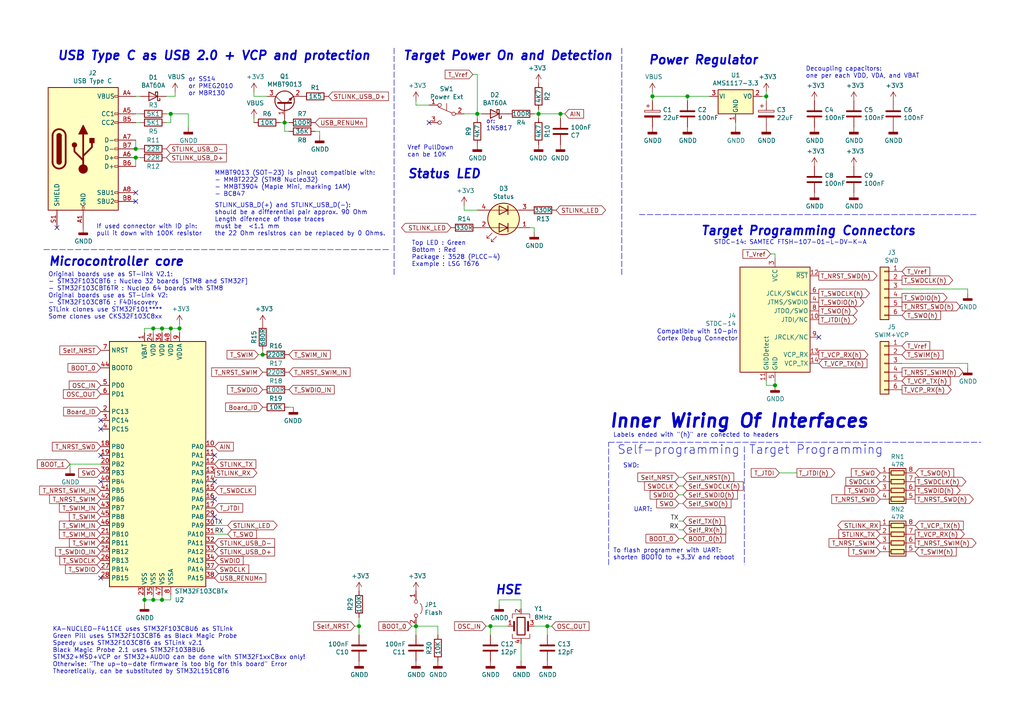
<source format=kicad_sch>
(kicad_sch (version 20210406) (generator eeschema)
  (paper "A4")
  (title_block (title "ST-Link v2.1 Mini Hybrid") (comment 1 "For SWD/SWIM/VCP isolation consided ISO7231 or ISO764xFM") (comment 2 "For USB isolation consider Si8606AC-B-IS1 or ADuM5000/5001 or ADuM1200/1201") (comment 3 "For ESD protection of SWD/SWIM/VCP consider ESDA6V1BC6, of TXS0108E for level shifting") (comment 4 "For ESD protection of USB consider NUP2201 or USBLC6-2P6"))
  (junction (at 39.37 43.18) (diameter 1.016))
  (junction (at 39.37 45.72) (diameter 1.016))
  (junction (at 41.91 173.99) (diameter 1.016))
  (junction (at 44.45 95.25) (diameter 1.016))
  (junction (at 44.45 173.99) (diameter 1.016))
  (junction (at 46.99 95.25) (diameter 1.016))
  (junction (at 46.99 173.99) (diameter 1.016))
  (junction (at 49.53 33.02) (diameter 1.016))
  (junction (at 49.53 95.25) (diameter 1.016))
  (junction (at 52.07 95.25) (diameter 1.016))
  (junction (at 76.2 102.87) (diameter 1.016))
  (junction (at 82.55 35.56) (diameter 1.016))
  (junction (at 104.14 181.61) (diameter 1.016))
  (junction (at 120.65 181.61) (diameter 1.016))
  (junction (at 138.43 33.02) (diameter 1.016))
  (junction (at 142.24 181.61) (diameter 1.016))
  (junction (at 156.21 33.02) (diameter 1.016))
  (junction (at 158.75 181.61) (diameter 1.016))
  (junction (at 162.56 33.02) (diameter 1.016))
  (junction (at 189.23 27.94) (diameter 1.016))
  (junction (at 199.39 27.94) (diameter 1.016))
  (junction (at 222.25 27.94) (diameter 1.016))
  (junction (at 224.79 111.76) (diameter 1.016))
  (no_connect (at 16.51 66.04))
  (no_connect (at 29.21 121.92))
  (no_connect (at 29.21 124.46))
  (no_connect (at 29.21 132.08))
  (no_connect (at 29.21 139.7))
  (no_connect (at 29.21 167.64))
  (no_connect (at 39.37 55.88))
  (no_connect (at 39.37 58.42))
  (no_connect (at 62.23 132.08))
  (no_connect (at 62.23 139.7))
  (no_connect (at 62.23 144.78))
  (no_connect (at 62.23 149.86))
  (no_connect (at 124.46 35.56))
  (no_connect (at 237.49 97.79))
  (wire (pts (xy 20.32 134.62) (xy 20.32 135.89)))
  (wire (pts (xy 29.21 134.62) (xy 20.32 134.62)))
  (wire (pts (xy 39.37 27.94) (xy 40.64 27.94)))
  (wire (pts (xy 39.37 33.02) (xy 40.64 33.02)))
  (wire (pts (xy 39.37 43.18) (xy 39.37 40.64)))
  (wire (pts (xy 39.37 45.72) (xy 39.37 48.26)))
  (wire (pts (xy 40.64 35.56) (xy 39.37 35.56)))
  (wire (pts (xy 40.64 43.18) (xy 39.37 43.18)))
  (wire (pts (xy 40.64 45.72) (xy 39.37 45.72)))
  (wire (pts (xy 41.91 95.25) (xy 44.45 95.25)))
  (wire (pts (xy 41.91 96.52) (xy 41.91 95.25)))
  (wire (pts (xy 41.91 173.99) (xy 41.91 172.72)))
  (wire (pts (xy 41.91 175.26) (xy 41.91 173.99)))
  (wire (pts (xy 44.45 95.25) (xy 46.99 95.25)))
  (wire (pts (xy 44.45 96.52) (xy 44.45 95.25)))
  (wire (pts (xy 44.45 173.99) (xy 41.91 173.99)))
  (wire (pts (xy 44.45 173.99) (xy 44.45 172.72)))
  (wire (pts (xy 46.99 95.25) (xy 49.53 95.25)))
  (wire (pts (xy 46.99 96.52) (xy 46.99 95.25)))
  (wire (pts (xy 46.99 172.72) (xy 46.99 173.99)))
  (wire (pts (xy 46.99 173.99) (xy 44.45 173.99)))
  (wire (pts (xy 48.26 27.94) (xy 50.8 27.94)))
  (wire (pts (xy 48.26 33.02) (xy 49.53 33.02)))
  (wire (pts (xy 49.53 33.02) (xy 49.53 35.56)))
  (wire (pts (xy 49.53 33.02) (xy 54.61 33.02)))
  (wire (pts (xy 49.53 35.56) (xy 48.26 35.56)))
  (wire (pts (xy 49.53 95.25) (xy 52.07 95.25)))
  (wire (pts (xy 49.53 96.52) (xy 49.53 95.25)))
  (wire (pts (xy 49.53 172.72) (xy 49.53 173.99)))
  (wire (pts (xy 49.53 173.99) (xy 46.99 173.99)))
  (wire (pts (xy 50.8 27.94) (xy 50.8 26.67)))
  (wire (pts (xy 52.07 93.98) (xy 52.07 95.25)))
  (wire (pts (xy 52.07 95.25) (xy 52.07 96.52)))
  (wire (pts (xy 54.61 33.02) (xy 54.61 36.83)))
  (wire (pts (xy 66.04 152.4) (xy 62.23 152.4)))
  (wire (pts (xy 66.04 154.94) (xy 62.23 154.94)))
  (wire (pts (xy 73.66 27.94) (xy 73.66 26.67)))
  (wire (pts (xy 73.66 35.56) (xy 73.66 34.29)))
  (wire (pts (xy 76.2 101.6) (xy 76.2 102.87)))
  (wire (pts (xy 76.2 102.87) (xy 74.93 102.87)))
  (wire (pts (xy 77.47 27.94) (xy 73.66 27.94)))
  (wire (pts (xy 81.28 35.56) (xy 82.55 35.56)))
  (wire (pts (xy 82.55 35.56) (xy 83.82 35.56)))
  (wire (pts (xy 82.55 38.1) (xy 82.55 35.56)))
  (wire (pts (xy 83.82 38.1) (xy 82.55 38.1)))
  (wire (pts (xy 85.09 118.11) (xy 83.82 118.11)))
  (wire (pts (xy 91.44 38.1) (xy 92.71 38.1)))
  (wire (pts (xy 92.71 38.1) (xy 92.71 39.37)))
  (wire (pts (xy 102.87 181.61) (xy 104.14 181.61)))
  (wire (pts (xy 104.14 179.07) (xy 104.14 181.61)))
  (wire (pts (xy 104.14 181.61) (xy 104.14 184.15)))
  (wire (pts (xy 119.38 181.61) (xy 120.65 181.61)))
  (wire (pts (xy 120.65 30.48) (xy 120.65 29.21)))
  (wire (pts (xy 120.65 30.48) (xy 124.46 30.48)))
  (wire (pts (xy 120.65 181.61) (xy 127 181.61)))
  (wire (pts (xy 120.65 184.15) (xy 120.65 181.61)))
  (wire (pts (xy 127 184.15) (xy 127 181.61)))
  (wire (pts (xy 134.62 33.02) (xy 138.43 33.02)))
  (wire (pts (xy 134.62 60.96) (xy 134.62 59.69)))
  (wire (pts (xy 134.62 60.96) (xy 138.43 60.96)))
  (wire (pts (xy 137.16 21.59) (xy 138.43 21.59)))
  (wire (pts (xy 138.43 21.59) (xy 138.43 33.02)))
  (wire (pts (xy 138.43 34.29) (xy 138.43 33.02)))
  (wire (pts (xy 139.7 33.02) (xy 138.43 33.02)))
  (wire (pts (xy 142.24 181.61) (xy 140.97 181.61)))
  (wire (pts (xy 142.24 181.61) (xy 147.32 181.61)))
  (wire (pts (xy 142.24 184.15) (xy 142.24 181.61)))
  (wire (pts (xy 144.78 173.99) (xy 151.13 173.99)))
  (wire (pts (xy 144.78 175.26) (xy 144.78 173.99)))
  (wire (pts (xy 151.13 173.99) (xy 151.13 176.53)))
  (wire (pts (xy 151.13 191.77) (xy 151.13 186.69)))
  (wire (pts (xy 153.67 66.04) (xy 154.94 66.04)))
  (wire (pts (xy 154.94 66.04) (xy 154.94 67.31)))
  (wire (pts (xy 154.94 181.61) (xy 158.75 181.61)))
  (wire (pts (xy 156.21 31.75) (xy 156.21 33.02)))
  (wire (pts (xy 156.21 33.02) (xy 154.94 33.02)))
  (wire (pts (xy 156.21 33.02) (xy 156.21 34.29)))
  (wire (pts (xy 156.21 33.02) (xy 162.56 33.02)))
  (wire (pts (xy 158.75 181.61) (xy 158.75 184.15)))
  (wire (pts (xy 160.02 181.61) (xy 158.75 181.61)))
  (wire (pts (xy 162.56 33.02) (xy 162.56 34.29)))
  (wire (pts (xy 163.83 33.02) (xy 162.56 33.02)))
  (wire (pts (xy 189.23 26.67) (xy 189.23 27.94)))
  (wire (pts (xy 189.23 27.94) (xy 189.23 29.21)))
  (wire (pts (xy 196.85 138.43) (xy 198.12 138.43)))
  (wire (pts (xy 196.85 140.97) (xy 198.12 140.97)))
  (wire (pts (xy 196.85 143.51) (xy 198.12 143.51)))
  (wire (pts (xy 196.85 146.05) (xy 198.12 146.05)))
  (wire (pts (xy 196.85 151.13) (xy 198.12 151.13)))
  (wire (pts (xy 196.85 153.67) (xy 198.12 153.67)))
  (wire (pts (xy 196.85 156.21) (xy 198.12 156.21)))
  (wire (pts (xy 199.39 27.94) (xy 189.23 27.94)))
  (wire (pts (xy 199.39 27.94) (xy 199.39 29.21)))
  (wire (pts (xy 205.74 27.94) (xy 199.39 27.94)))
  (wire (pts (xy 213.36 36.83) (xy 213.36 35.56)))
  (wire (pts (xy 220.98 27.94) (xy 222.25 27.94)))
  (wire (pts (xy 222.25 26.67) (xy 222.25 27.94)))
  (wire (pts (xy 222.25 29.21) (xy 222.25 27.94)))
  (wire (pts (xy 222.25 111.76) (xy 222.25 110.49)))
  (wire (pts (xy 222.25 111.76) (xy 224.79 111.76)))
  (wire (pts (xy 223.52 73.66) (xy 224.79 73.66)))
  (wire (pts (xy 224.79 73.66) (xy 224.79 74.93)))
  (wire (pts (xy 224.79 111.76) (xy 224.79 110.49)))
  (wire (pts (xy 226.06 137.16) (xy 231.14 137.16)))
  (wire (pts (xy 261.62 83.82) (xy 280.67 83.82)))
  (wire (pts (xy 261.62 105.41) (xy 280.67 105.41)))
  (wire (pts (xy 280.67 83.82) (xy 280.67 85.09)))
  (wire (pts (xy 280.67 105.41) (xy 280.67 106.68)))
  (polyline (pts (xy 12.7 72.39) (xy 113.03 72.39)) (stroke (width 0) (type dash)))
  (polyline (pts (xy 114.3 13.97) (xy 114.3 80.01)) (stroke (width 0) (type dash)))
  (polyline (pts (xy 176.53 128.27) (xy 284.48 128.27)) (stroke (width 0) (type dash)))
  (polyline (pts (xy 176.53 163.83) (xy 176.53 128.27)) (stroke (width 0) (type dash)))
  (polyline (pts (xy 180.34 13.97) (xy 180.34 80.01)) (stroke (width 0) (type dash)))
  (polyline (pts (xy 185.42 62.23) (xy 283.21 62.23)) (stroke (width 0) (type dash)))
  (polyline (pts (xy 215.9 129.54) (xy 215.9 163.83)) (stroke (width 0) (type dash)))
  (text "Microcontroller core" (at 13.97 77.47 0) (effects (font (size 2.54 2.54) (thickness 0.508) bold italic) (justify left bottom)))
  (text "Original boards use as ST-link V2.1:\n- STM32F103CBT6 : Nucleo 32 boards [STM8 and STM32F]\n- STM32F103CBT6TR : Nucleo 64 boards with STM8\nOriginal boards use as ST-Link V2:\n- STM32F103C8T6 : F4Discovery\nSTLink clones use STM32F101****\nSome clones use CKS32F103C8xx" (at 13.97 92.71 0) (effects (font (size 1.27 1.27)) (justify left bottom)))
  (text "KA-NUCLEO-F411CE uses STM32F103CBU6 as STLink\nGreen Pill uses STM32F103CBT6 as Black Magic Probe\nSpeedy uses STM32F103C8T6 as STLink v2.1\nBlack Magic Probe 2.1 uses STM32F103BBU6\nSTM32+MSD+VCP or STM32+AUDIO can be done with STM32F1xxCBxx only!\nOtherwise: \"The up-to-date firmware is too big for this board\" Error\nTheoretically, can be substituted by STM32L151C8T6" (at 15.24 195.58 0) (effects (font (size 1.27 1.27)) (justify left bottom)))
  (text "USB Type C as USB 2.0 + VCP and protection" (at 16.51 17.78 0) (effects (font (size 2.54 2.54) (thickness 0.508) bold italic) (justify left bottom)))
  (text "If used connector with ID pin: \npull it down with 100K resistor" (at 27.94 68.58 0) (effects (font (size 1.27 1.27)) (justify left bottom)))
  (text "or SS14\nor PMEG2010\nor MBR130" (at 54.61 27.94 0) (effects (font (size 1.27 1.27)) (justify left bottom)))
  (text "MMBT9013 (SOT-23) is pinout compatible with:\n- MMBT2222 (STM8 Nucleo32)\n- MMBT3904 (Maple Mini, marking 1AM)\n- BC847\n" (at 62.23 57.15 0) (effects (font (size 1.27 1.27)) (justify left bottom)))
  (text "STLINK_USB_D(+) and STLINK_USB_D(-):\nshould be a differential pair approx. 90 Ohm\nLength diference of those traces \nmust be  <1.1 mm\nthe 22 Ohm resistros can be replaced by 0 Ohms." (at 62.23 68.58 0) (effects (font (size 1.27 1.27)) (justify left bottom)))
  (text "Target Power On and Detection" (at 116.84 17.78 0) (effects (font (size 2.54 2.54) (thickness 0.508) bold italic) (justify left bottom)))
  (text "Vref PullDown\ncan be 10K" (at 118.11 45.72 0) (effects (font (size 1.27 1.27)) (justify left bottom)))
  (text "Status LED" (at 118.11 52.07 0) (effects (font (size 2.54 2.54) (thickness 0.508) bold italic) (justify left bottom)))
  (text "Top LED : Green\nBottom : Red\nPackage : 3528 (PLCC-4)\nExample : LSG T676" (at 119.38 77.47 0) (effects (font (size 1.27 1.27)) (justify left bottom)))
  (text "or:\n1N5817" (at 140.97 38.1 0) (effects (font (size 1.27 1.27)) (justify left bottom)))
  (text "HSE" (at 143.51 172.72 0) (effects (font (size 2.54 2.54) (thickness 0.508) bold italic) (justify left bottom)))
  (text "Inner Wiring Of Interfaces " (at 176.53 124.46 0) (effects (font (size 3.81 3.81) (thickness 0.762) bold italic) (justify left bottom)))
  (text "Labels ended with \"(h)\" are conected to headers" (at 177.8 127 0) (effects (font (size 1.27 1.27)) (justify left bottom)))
  (text "To flash programmer with UART:\nshorten BOOT0 to +3.3V and reboot" (at 177.8 162.56 0) (effects (font (size 1.27 1.27)) (justify left bottom)))
  (text "SWD:" (at 185.42 135.89 180) (effects (font (size 1.27 1.27)) (justify right bottom)))
  (text "Power Regulator" (at 187.96 19.05 0) (effects (font (size 2.54 2.54) (thickness 0.508) bold italic) (justify left bottom)))
  (text "UART:" (at 189.23 148.59 180) (effects (font (size 1.27 1.27)) (justify right bottom)))
  (text "Compatible with 10-pin\nCortex Debug Connector" (at 190.5 99.06 0) (effects (font (size 1.27 1.27)) (justify left bottom)))
  (text "Target Programming Connectors" (at 203.2 68.58 0) (effects (font (size 2.54 2.54) (thickness 0.508) bold italic) (justify left bottom)))
  (text "STDC-14: SAMTEC FTSH-107-01-L-DV-K-A" (at 207.01 71.12 0) (effects (font (size 1.27 1.27)) (justify left bottom)))
  (text "Self-programming" (at 214.63 132.08 180) (effects (font (size 2.54 2.54)) (justify right bottom)))
  (text "Target Programming" (at 217.17 132.08 0) (effects (font (size 2.54 2.54)) (justify left bottom)))
  (text "Decoupling capacitors:\none per each VDD, VDA, and VBAT" (at 233.68 22.86 0) (effects (font (size 1.27 1.27)) (justify left bottom)))
  (label "TX" (at 62.23 152.4 0))
  (label "RX" (at 62.23 154.94 0))
  (label "TX" (at 196.85 151.13 180))
  (label "RX" (at 196.85 153.67 180))
  (global_label "BOOT_1" (shape input) (at 20.32 134.62 180) (property "Intersheet References" "${INTERSHEET_REFS}" (effects hide)))
  (global_label "Self_NRST" (shape input) (at 29.21 101.6 180) (property "Intersheet References" "${INTERSHEET_REFS}" (effects hide)))
  (global_label "BOOT_0" (shape input) (at 29.21 106.68 180) (property "Intersheet References" "${INTERSHEET_REFS}" (effects hide)))
  (global_label "OSC_IN" (shape input) (at 29.21 111.76 180) (property "Intersheet References" "${INTERSHEET_REFS}" (effects hide)))
  (global_label "OSC_OUT" (shape input) (at 29.21 114.3 180) (property "Intersheet References" "${INTERSHEET_REFS}" (effects hide)))
  (global_label "Board_ID" (shape input) (at 29.21 119.38 180) (property "Intersheet References" "${INTERSHEET_REFS}" (effects hide)))
  (global_label "T_NRST_SWD" (shape input) (at 29.21 129.54 180) (property "Intersheet References" "${INTERSHEET_REFS}" (effects hide)))
  (global_label "SWO" (shape input) (at 29.21 137.16 180) (property "Intersheet References" "${INTERSHEET_REFS}" (effects hide)))
  (global_label "T_NRST_SWIM_IN" (shape input) (at 29.21 142.24 180) (property "Intersheet References" "${INTERSHEET_REFS}" (effects hide)))
  (global_label "T_NRST_SWIM" (shape input) (at 29.21 144.78 180) (property "Intersheet References" "${INTERSHEET_REFS}" (effects hide)))
  (global_label "T_SWIM_IN" (shape input) (at 29.21 147.32 180) (property "Intersheet References" "${INTERSHEET_REFS}" (effects hide)))
  (global_label "T_SWIM" (shape input) (at 29.21 149.86 180) (property "Intersheet References" "${INTERSHEET_REFS}" (effects hide)))
  (global_label "T_SWIM_IN" (shape input) (at 29.21 152.4 180) (property "Intersheet References" "${INTERSHEET_REFS}" (effects hide)))
  (global_label "T_SWIM_IN" (shape input) (at 29.21 154.94 180) (property "Intersheet References" "${INTERSHEET_REFS}" (effects hide)))
  (global_label "T_SWIM" (shape input) (at 29.21 157.48 180) (property "Intersheet References" "${INTERSHEET_REFS}" (effects hide)))
  (global_label "T_SWDIO_IN" (shape input) (at 29.21 160.02 180) (property "Intersheet References" "${INTERSHEET_REFS}" (effects hide)))
  (global_label "T_SWDCLK" (shape input) (at 29.21 162.56 180) (property "Intersheet References" "${INTERSHEET_REFS}" (effects hide)))
  (global_label "T_SWDIO" (shape input) (at 29.21 165.1 180) (property "Intersheet References" "${INTERSHEET_REFS}" (effects hide)))
  (global_label "STLINK_USB_D-" (shape input) (at 48.26 43.18 0) (property "Intersheet References" "${INTERSHEET_REFS}" (effects hide)))
  (global_label "STLINK_USB_D+" (shape input) (at 48.26 45.72 0) (property "Intersheet References" "${INTERSHEET_REFS}" (effects hide)))
  (global_label "AIN" (shape input) (at 62.23 129.54 0) (property "Intersheet References" "${INTERSHEET_REFS}" (effects hide)))
  (global_label "STLINK_TX" (shape input) (at 62.23 134.62 0) (property "Intersheet References" "${INTERSHEET_REFS}" (effects hide)))
  (global_label "STLINK_RX" (shape output) (at 62.23 137.16 0) (property "Intersheet References" "${INTERSHEET_REFS}" (effects hide)))
  (global_label "T_SWDCLK" (shape input) (at 62.23 142.24 0) (property "Intersheet References" "${INTERSHEET_REFS}" (effects hide)))
  (global_label "T_JTDI" (shape input) (at 62.23 147.32 0) (property "Intersheet References" "${INTERSHEET_REFS}" (effects hide)))
  (global_label "STLINK_USB_D-" (shape input) (at 62.23 157.48 0) (property "Intersheet References" "${INTERSHEET_REFS}" (effects hide)))
  (global_label "STLINK_USB_D+" (shape input) (at 62.23 160.02 0) (property "Intersheet References" "${INTERSHEET_REFS}" (effects hide)))
  (global_label "SWDIO" (shape input) (at 62.23 162.56 0) (property "Intersheet References" "${INTERSHEET_REFS}" (effects hide)))
  (global_label "SWDCLK" (shape input) (at 62.23 165.1 0) (property "Intersheet References" "${INTERSHEET_REFS}" (effects hide)))
  (global_label "USB_RENUMn" (shape input) (at 62.23 167.64 0) (property "Intersheet References" "${INTERSHEET_REFS}" (effects hide)))
  (global_label "STLINK_LED" (shape bidirectional) (at 66.04 152.4 0) (property "Intersheet References" "${INTERSHEET_REFS}" (effects hide)))
  (global_label "T_SWO" (shape input) (at 66.04 154.94 0) (property "Intersheet References" "${INTERSHEET_REFS}" (effects hide)))
  (global_label "T_SWIM" (shape input) (at 74.93 102.87 180) (property "Intersheet References" "${INTERSHEET_REFS}" (effects hide)))
  (global_label "T_NRST_SWIM" (shape input) (at 76.2 107.95 180) (property "Intersheet References" "${INTERSHEET_REFS}" (effects hide)))
  (global_label "T_SWDIO" (shape input) (at 76.2 113.03 180) (property "Intersheet References" "${INTERSHEET_REFS}" (effects hide)))
  (global_label "Board_ID" (shape input) (at 76.2 118.11 180) (property "Intersheet References" "${INTERSHEET_REFS}" (effects hide)))
  (global_label "T_SWIM_IN" (shape input) (at 83.82 102.87 0) (property "Intersheet References" "${INTERSHEET_REFS}" (effects hide)))
  (global_label "T_NRST_SWIM_IN" (shape input) (at 83.82 107.95 0) (property "Intersheet References" "${INTERSHEET_REFS}" (effects hide)))
  (global_label "T_SWDIO_IN" (shape input) (at 83.82 113.03 0) (property "Intersheet References" "${INTERSHEET_REFS}" (effects hide)))
  (global_label "USB_RENUMn" (shape input) (at 91.44 35.56 0) (property "Intersheet References" "${INTERSHEET_REFS}" (effects hide)))
  (global_label "STLINK_USB_D+" (shape input) (at 95.25 27.94 0) (property "Intersheet References" "${INTERSHEET_REFS}" (effects hide)))
  (global_label "Self_NRST" (shape input) (at 102.87 181.61 180) (property "Intersheet References" "${INTERSHEET_REFS}" (effects hide)))
  (global_label "BOOT_0" (shape input) (at 119.38 181.61 180) (property "Intersheet References" "${INTERSHEET_REFS}" (effects hide)))
  (global_label "STLINK_LED" (shape bidirectional) (at 130.81 66.04 180) (property "Intersheet References" "${INTERSHEET_REFS}" (effects hide)))
  (global_label "T_Vref" (shape input) (at 137.16 21.59 180) (property "Intersheet References" "${INTERSHEET_REFS}" (effects hide)))
  (global_label "OSC_IN" (shape input) (at 140.97 181.61 180) (property "Intersheet References" "${INTERSHEET_REFS}" (effects hide)))
  (global_label "OSC_OUT" (shape input) (at 160.02 181.61 0) (property "Intersheet References" "${INTERSHEET_REFS}" (effects hide)))
  (global_label "STLINK_LED" (shape bidirectional) (at 161.29 60.96 0) (property "Intersheet References" "${INTERSHEET_REFS}" (effects hide)))
  (global_label "AIN" (shape input) (at 163.83 33.02 0) (property "Intersheet References" "${INTERSHEET_REFS}" (effects hide)))
  (global_label "Self_NRST" (shape input) (at 196.85 138.43 180) (property "Intersheet References" "${INTERSHEET_REFS}" (effects hide)))
  (global_label "SWDCLK" (shape input) (at 196.85 140.97 180) (property "Intersheet References" "${INTERSHEET_REFS}" (effects hide)))
  (global_label "SWDIO" (shape input) (at 196.85 143.51 180) (property "Intersheet References" "${INTERSHEET_REFS}" (effects hide)))
  (global_label "SWO" (shape input) (at 196.85 146.05 180) (property "Intersheet References" "${INTERSHEET_REFS}" (effects hide)))
  (global_label "BOOT_0" (shape input) (at 196.85 156.21 180) (property "Intersheet References" "${INTERSHEET_REFS}" (effects hide)))
  (global_label "Self_NRST(h)" (shape input) (at 198.12 138.43 0) (property "Intersheet References" "${INTERSHEET_REFS}" (effects hide)))
  (global_label "Self_SWDCLK(h)" (shape input) (at 198.12 140.97 0) (property "Intersheet References" "${INTERSHEET_REFS}" (effects hide)))
  (global_label "Self_SWDIO(h)" (shape input) (at 198.12 143.51 0) (property "Intersheet References" "${INTERSHEET_REFS}" (effects hide)))
  (global_label "Self_SWO(h)" (shape input) (at 198.12 146.05 0) (property "Intersheet References" "${INTERSHEET_REFS}" (effects hide)))
  (global_label "Self_TX(h)" (shape input) (at 198.12 151.13 0) (property "Intersheet References" "${INTERSHEET_REFS}" (effects hide)))
  (global_label "Self_RX(h)" (shape input) (at 198.12 153.67 0) (property "Intersheet References" "${INTERSHEET_REFS}" (effects hide)))
  (global_label "BOOT_0(h)" (shape input) (at 198.12 156.21 0) (property "Intersheet References" "${INTERSHEET_REFS}" (effects hide)))
  (global_label "T_Vref" (shape input) (at 223.52 73.66 180) (property "Intersheet References" "${INTERSHEET_REFS}" (effects hide)))
  (global_label "T_JTDI" (shape input) (at 226.06 137.16 180) (property "Intersheet References" "${INTERSHEET_REFS}" (effects hide)))
  (global_label "T_JTDI(h)" (shape output) (at 231.14 137.16 0) (property "Intersheet References" "${INTERSHEET_REFS}" (effects hide)))
  (global_label "T_NRST_SWD(h)" (shape output) (at 237.49 80.01 0) (property "Intersheet References" "${INTERSHEET_REFS}" (effects hide)))
  (global_label "T_SWDCLK(h)" (shape output) (at 237.49 85.09 0) (property "Intersheet References" "${INTERSHEET_REFS}" (effects hide)))
  (global_label "T_SWDIO(h)" (shape output) (at 237.49 87.63 0) (property "Intersheet References" "${INTERSHEET_REFS}" (effects hide)))
  (global_label "T_SWO(h)" (shape output) (at 237.49 90.17 0) (property "Intersheet References" "${INTERSHEET_REFS}" (effects hide)))
  (global_label "T_JTDI(h)" (shape output) (at 237.49 92.71 0) (property "Intersheet References" "${INTERSHEET_REFS}" (effects hide)))
  (global_label "T_VCP_RX(h)" (shape output) (at 237.49 102.87 0) (property "Intersheet References" "${INTERSHEET_REFS}" (effects hide)))
  (global_label "T_VCP_TX(h)" (shape input) (at 237.49 105.41 0) (property "Intersheet References" "${INTERSHEET_REFS}" (effects hide)))
  (global_label "T_SWO" (shape input) (at 255.27 137.16 180) (property "Intersheet References" "${INTERSHEET_REFS}" (effects hide)))
  (global_label "SWDCLK" (shape input) (at 255.27 139.7 180) (property "Intersheet References" "${INTERSHEET_REFS}" (effects hide)))
  (global_label "T_SWDIO" (shape input) (at 255.27 142.24 180) (property "Intersheet References" "${INTERSHEET_REFS}" (effects hide)))
  (global_label "T_NRST_SWD" (shape input) (at 255.27 144.78 180) (property "Intersheet References" "${INTERSHEET_REFS}" (effects hide)))
  (global_label "STLINK_RX" (shape output) (at 255.27 152.4 180) (property "Intersheet References" "${INTERSHEET_REFS}" (effects hide)))
  (global_label "STLINK_TX" (shape input) (at 255.27 154.94 180) (property "Intersheet References" "${INTERSHEET_REFS}" (effects hide)))
  (global_label "T_NRST_SWIM" (shape input) (at 255.27 157.48 180) (property "Intersheet References" "${INTERSHEET_REFS}" (effects hide)))
  (global_label "T_SWIM" (shape input) (at 255.27 160.02 180) (property "Intersheet References" "${INTERSHEET_REFS}" (effects hide)))
  (global_label "T_Vref" (shape input) (at 261.62 78.74 0) (property "Intersheet References" "${INTERSHEET_REFS}" (effects hide)))
  (global_label "T_SWDCLK(h)" (shape output) (at 261.62 81.28 0) (property "Intersheet References" "${INTERSHEET_REFS}" (effects hide)))
  (global_label "T_SWDIO(h)" (shape output) (at 261.62 86.36 0) (property "Intersheet References" "${INTERSHEET_REFS}" (effects hide)))
  (global_label "T_NRST_SWD(h)" (shape output) (at 261.62 88.9 0) (property "Intersheet References" "${INTERSHEET_REFS}" (effects hide)))
  (global_label "T_SWO(h)" (shape input) (at 261.62 91.44 0) (property "Intersheet References" "${INTERSHEET_REFS}" (effects hide)))
  (global_label "T_Vref" (shape input) (at 261.62 100.33 0) (property "Intersheet References" "${INTERSHEET_REFS}" (effects hide)))
  (global_label "T_SWIM(h)" (shape input) (at 261.62 102.87 0) (property "Intersheet References" "${INTERSHEET_REFS}" (effects hide)))
  (global_label "T_NRST_SWIM(h)" (shape output) (at 261.62 107.95 0) (property "Intersheet References" "${INTERSHEET_REFS}" (effects hide)))
  (global_label "T_VCP_TX(h)" (shape input) (at 261.62 110.49 0) (property "Intersheet References" "${INTERSHEET_REFS}" (effects hide)))
  (global_label "T_VCP_RX(h)" (shape output) (at 261.62 113.03 0) (property "Intersheet References" "${INTERSHEET_REFS}" (effects hide)))
  (global_label "T_SWO(h)" (shape input) (at 265.43 137.16 0) (property "Intersheet References" "${INTERSHEET_REFS}" (effects hide)))
  (global_label "T_SWDCLK(h)" (shape output) (at 265.43 139.7 0) (property "Intersheet References" "${INTERSHEET_REFS}" (effects hide)))
  (global_label "T_SWDIO(h)" (shape output) (at 265.43 142.24 0) (property "Intersheet References" "${INTERSHEET_REFS}" (effects hide)))
  (global_label "T_NRST_SWD(h)" (shape output) (at 265.43 144.78 0) (property "Intersheet References" "${INTERSHEET_REFS}" (effects hide)))
  (global_label "T_VCP_TX(h)" (shape input) (at 265.43 152.4 0) (property "Intersheet References" "${INTERSHEET_REFS}" (effects hide)))
  (global_label "T_VCP_RX(h)" (shape output) (at 265.43 154.94 0) (property "Intersheet References" "${INTERSHEET_REFS}" (effects hide)))
  (global_label "T_NRST_SWIM(h)" (shape output) (at 265.43 157.48 0) (property "Intersheet References" "${INTERSHEET_REFS}" (effects hide)))
  (global_label "T_SWIM(h)" (shape input) (at 265.43 160.02 0) (property "Intersheet References" "${INTERSHEET_REFS}" (effects hide)))
  (symbol (lib_id "power:VBUS") (at 50.8 26.67 0) (unit 1)
    (property "Reference" "#PWR02" (effects hide))
    (property "Value" "VBUS" (at 51.181 22.2758 0))
  )
  (symbol (lib_id "power:+3V3") (at 52.07 93.98 0) (unit 1)
    (property "Reference" "#PWR032" (effects hide))
    (property "Value" "+3V3" (at 52.451 89.5858 0))
  )
  (symbol (lib_id "power:+3V3") (at 73.66 26.67 0) (unit 1)
    (property "Reference" "#PWR03" (effects hide))
    (property "Value" "+3V3" (at 74.041 22.2758 0))
  )
  (symbol (lib_id "power:VBUS") (at 73.66 34.29 0) (unit 1)
    (property "Reference" "#PWR011" (effects hide))
    (property "Value" "VBUS" (at 74.041 29.8958 0))
  )
  (symbol (lib_id "power:+3V3") (at 76.2 93.98 0) (unit 1)
    (property "Reference" "#PWR033" (effects hide))
    (property "Value" "+3V3" (at 76.581 89.5858 0))
  )
  (symbol (lib_id "power:+3V3") (at 104.14 171.45 0) (unit 1)
    (property "Reference" "#PWR039" (effects hide))
    (property "Value" "+3V3" (at 104.521 167.0558 0))
  )
  (symbol (lib_id "power:+3V3") (at 120.65 29.21 0) (unit 1)
    (property "Reference" "#PWR07" (effects hide))
    (property "Value" "+3V3" (at 121.031 24.8158 0))
  )
  (symbol (lib_id "power:+3V3") (at 120.65 171.45 0) (unit 1)
    (property "Reference" "#PWR040" (effects hide))
    (property "Value" "+3V3" (at 121.031 167.0558 0))
  )
  (symbol (lib_id "power:+3V3") (at 134.62 59.69 0) (unit 1)
    (property "Reference" "#PWR028" (effects hide))
    (property "Value" "+3V3" (at 135.001 55.2958 0))
  )
  (symbol (lib_id "power:+3V3") (at 156.21 24.13 0) (mirror y) (unit 1)
    (property "Reference" "#PWR01" (effects hide))
    (property "Value" "+3V3" (at 155.829 19.7358 0))
  )
  (symbol (lib_id "power:VBUS") (at 189.23 26.67 0) (unit 1)
    (property "Reference" "#PWR04" (effects hide))
    (property "Value" "VBUS" (at 189.611 22.2758 0))
  )
  (symbol (lib_id "power:+3V3") (at 222.25 26.67 0) (unit 1)
    (property "Reference" "#PWR05" (effects hide))
    (property "Value" "+3V3" (at 222.631 22.2758 0))
  )
  (symbol (lib_id "power:+3V3") (at 236.22 29.21 0) (unit 1)
    (property "Reference" "#PWR08" (effects hide))
    (property "Value" "+3V3" (at 236.601 24.8158 0))
  )
  (symbol (lib_id "power:+3V3") (at 236.22 48.26 0) (unit 1)
    (property "Reference" "#PWR024" (effects hide))
    (property "Value" "+3V3" (at 236.601 43.8658 0))
  )
  (symbol (lib_id "power:+3V3") (at 247.65 29.21 0) (unit 1)
    (property "Reference" "#PWR09" (effects hide))
    (property "Value" "+3V3" (at 248.031 24.8158 0))
  )
  (symbol (lib_id "power:+3V3") (at 247.65 48.26 0) (unit 1)
    (property "Reference" "#PWR025" (effects hide))
    (property "Value" "+3V3" (at 248.031 43.8658 0))
  )
  (symbol (lib_id "power:+3V3") (at 259.08 29.21 0) (unit 1)
    (property "Reference" "#PWR010" (effects hide))
    (property "Value" "+3V3" (at 259.461 24.8158 0))
  )
  (symbol (lib_id "power:GNDD") (at 20.32 135.89 0) (unit 1)
    (property "Reference" "#PWR038" (effects hide))
    (property "Value" "GNDD" (at 20.4216 139.827 0))
  )
  (symbol (lib_id "power:GNDD") (at 24.13 66.04 0) (unit 1)
    (property "Reference" "#PWR029" (effects hide))
    (property "Value" "GNDD" (at 24.2316 69.977 0))
  )
  (symbol (lib_id "power:GNDD") (at 41.91 175.26 0) (unit 1)
    (property "Reference" "#PWR041" (effects hide))
    (property "Value" "GNDD" (at 42.0116 179.197 0))
  )
  (symbol (lib_id "power:GNDD") (at 54.61 36.83 0) (unit 1)
    (property "Reference" "#PWR012" (effects hide))
    (property "Value" "GNDD" (at 54.7116 40.767 0))
  )
  (symbol (lib_id "power:GNDD") (at 85.09 118.11 0) (mirror y) (unit 1)
    (property "Reference" "#PWR037" (effects hide))
    (property "Value" "GNDD" (at 84.9884 122.047 0))
  )
  (symbol (lib_id "power:GNDD") (at 92.71 39.37 0) (unit 1)
    (property "Reference" "#PWR020" (effects hide))
    (property "Value" "GNDD" (at 92.8116 43.307 0))
  )
  (symbol (lib_id "power:GNDD") (at 104.14 191.77 0) (unit 1)
    (property "Reference" "#PWR043" (effects hide))
    (property "Value" "GNDD" (at 104.2416 195.707 0))
  )
  (symbol (lib_id "power:GNDD") (at 120.65 191.77 0) (unit 1)
    (property "Reference" "#PWR045" (effects hide))
    (property "Value" "GNDD" (at 120.7516 195.707 0))
  )
  (symbol (lib_id "power:GNDD") (at 127 191.77 0) (unit 1)
    (property "Reference" "#PWR046" (effects hide))
    (property "Value" "GNDD" (at 127.1016 195.707 0))
  )
  (symbol (lib_id "power:GNDD") (at 138.43 41.91 0) (unit 1)
    (property "Reference" "#PWR021" (effects hide))
    (property "Value" "GNDD" (at 138.5316 45.847 0))
  )
  (symbol (lib_id "power:GNDD") (at 142.24 191.77 0) (unit 1)
    (property "Reference" "#PWR047" (effects hide))
    (property "Value" "GNDD" (at 142.3416 195.707 0))
  )
  (symbol (lib_id "power:GNDD") (at 144.78 175.26 0) (unit 1)
    (property "Reference" "#PWR042" (effects hide))
    (property "Value" "GNDD" (at 144.8816 179.197 0))
  )
  (symbol (lib_id "power:GNDD") (at 151.13 191.77 0) (unit 1)
    (property "Reference" "#PWR048" (effects hide))
    (property "Value" "GNDD" (at 151.2316 195.707 0))
  )
  (symbol (lib_id "power:GNDD") (at 154.94 67.31 0) (unit 1)
    (property "Reference" "#PWR030" (effects hide))
    (property "Value" "GNDD" (at 155.0416 71.247 0))
  )
  (symbol (lib_id "power:GNDD") (at 156.21 41.91 0) (mirror y) (unit 1)
    (property "Reference" "#PWR022" (effects hide))
    (property "Value" "GNDD" (at 156.1084 45.847 0))
  )
  (symbol (lib_id "power:GNDD") (at 158.75 191.77 0) (unit 1)
    (property "Reference" "#PWR049" (effects hide))
    (property "Value" "GNDD" (at 158.8516 195.707 0))
  )
  (symbol (lib_id "power:GNDD") (at 162.56 41.91 0) (mirror y) (unit 1)
    (property "Reference" "#PWR023" (effects hide))
    (property "Value" "GNDD" (at 162.4584 45.847 0))
  )
  (symbol (lib_id "power:GNDD") (at 189.23 36.83 0) (unit 1)
    (property "Reference" "#PWR013" (effects hide))
    (property "Value" "GNDD" (at 189.3316 40.767 0))
  )
  (symbol (lib_id "power:GNDD") (at 199.39 36.83 0) (unit 1)
    (property "Reference" "#PWR014" (effects hide))
    (property "Value" "GNDD" (at 199.4916 40.767 0))
  )
  (symbol (lib_id "power:GNDD") (at 213.36 36.83 0) (unit 1)
    (property "Reference" "#PWR015" (effects hide))
    (property "Value" "GNDD" (at 213.4616 40.767 0))
  )
  (symbol (lib_id "power:GNDD") (at 222.25 36.83 0) (unit 1)
    (property "Reference" "#PWR016" (effects hide))
    (property "Value" "GNDD" (at 222.3516 40.767 0))
  )
  (symbol (lib_id "power:GNDD") (at 224.79 111.76 0) (unit 1)
    (property "Reference" "#PWR035" (effects hide))
    (property "Value" "GNDD" (at 224.8916 115.697 0))
  )
  (symbol (lib_id "power:GNDD") (at 236.22 36.83 0) (unit 1)
    (property "Reference" "#PWR017" (effects hide))
    (property "Value" "GNDD" (at 236.3216 40.767 0))
  )
  (symbol (lib_id "power:GNDD") (at 236.22 55.88 0) (unit 1)
    (property "Reference" "#PWR026" (effects hide))
    (property "Value" "GNDD" (at 236.3216 59.817 0))
  )
  (symbol (lib_id "power:GNDD") (at 247.65 36.83 0) (unit 1)
    (property "Reference" "#PWR018" (effects hide))
    (property "Value" "GNDD" (at 247.7516 40.767 0))
  )
  (symbol (lib_id "power:GNDD") (at 247.65 55.88 0) (unit 1)
    (property "Reference" "#PWR027" (effects hide))
    (property "Value" "GNDD" (at 247.7516 59.817 0))
  )
  (symbol (lib_id "power:GNDD") (at 259.08 36.83 0) (unit 1)
    (property "Reference" "#PWR019" (effects hide))
    (property "Value" "GNDD" (at 259.1816 40.767 0))
  )
  (symbol (lib_id "power:GNDD") (at 280.67 85.09 0) (unit 1)
    (property "Reference" "#PWR031" (effects hide))
    (property "Value" "GNDD" (at 280.7716 89.027 0))
  )
  (symbol (lib_id "power:GNDD") (at 280.67 106.68 0) (unit 1)
    (property "Reference" "#PWR034" (effects hide))
    (property "Value" "GNDD" (at 280.7716 110.617 0))
  )
  (symbol (lib_id "Device:R") (at 44.45 33.02 90) (unit 1)
    (property "Reference" "R3" (at 44.45 30.48 90))
    (property "Value" "5K1" (at 44.45 33.02 90))
    (property "Footprint" "Resistor_SMD:R_0603_1608Metric" (effects hide))
  )
  (symbol (lib_id "Device:R") (at 44.45 35.56 90) (unit 1)
    (property "Reference" "R5" (at 44.45 38.1 90))
    (property "Value" "5K1" (at 44.45 35.56 90))
    (property "Footprint" "Resistor_SMD:R_0603_1608Metric" (effects hide))
  )
  (symbol (lib_id "Device:R") (at 44.45 43.18 90) (unit 1)
    (property "Reference" "R11" (at 44.45 40.64 90))
    (property "Value" "22R" (at 44.45 43.18 90))
    (property "Footprint" "Resistor_SMD:R_0603_1608Metric" (effects hide))
  )
  (symbol (lib_id "Device:R") (at 44.45 45.72 90) (unit 1)
    (property "Reference" "R12" (at 44.45 48.26 90))
    (property "Value" "22R" (at 44.45 45.72 90))
    (property "Footprint" "Resistor_SMD:R_0603_1608Metric" (effects hide))
  )
  (symbol (lib_id "Device:R") (at 76.2 97.79 0) (mirror x) (unit 1)
    (property "Reference" "R15" (at 73.66 97.79 90))
    (property "Value" "680R" (at 76.2 97.79 90))
    (property "Footprint" "Resistor_SMD:R_0603_1608Metric" (effects hide))
  )
  (symbol (lib_id "Device:R") (at 77.47 35.56 270) (mirror x) (unit 1)
    (property "Reference" "R6" (at 77.47 33.02 90))
    (property "Value" "10K" (at 77.47 35.56 90))
    (property "Footprint" "Resistor_SMD:R_0603_1608Metric" (effects hide))
  )
  (symbol (lib_id "Device:R") (at 80.01 102.87 90) (mirror x) (unit 1)
    (property "Reference" "R16" (at 80.01 100.33 90))
    (property "Value" "220R" (at 80.01 102.87 90))
    (property "Footprint" "Resistor_SMD:R_0603_1608Metric" (effects hide))
  )
  (symbol (lib_id "Device:R") (at 80.01 107.95 90) (unit 1)
    (property "Reference" "R17" (at 80.01 105.41 90))
    (property "Value" "220R" (at 80.01 107.95 90))
    (property "Footprint" "Resistor_SMD:R_0603_1608Metric" (effects hide))
  )
  (symbol (lib_id "Device:R") (at 80.01 113.03 90) (mirror x) (unit 1)
    (property "Reference" "R18" (at 80.01 110.49 90))
    (property "Value" "100R" (at 80.01 113.03 90))
    (property "Footprint" "Resistor_SMD:R_0603_1608Metric" (effects hide))
  )
  (symbol (lib_id "Device:R") (at 80.01 118.11 270) (unit 1)
    (property "Reference" "R19" (at 80.01 115.57 90))
    (property "Value" "10K" (at 80.01 118.11 90))
    (property "Footprint" "Resistor_SMD:R_0603_1608Metric" (effects hide))
  )
  (symbol (lib_id "Device:R") (at 87.63 35.56 90) (unit 1)
    (property "Reference" "R7" (at 87.63 33.02 90))
    (property "Value" "100R" (at 87.63 35.56 90))
    (property "Footprint" "Resistor_SMD:R_0603_1608Metric" (effects hide))
  )
  (symbol (lib_id "Device:R") (at 87.63 38.1 90) (unit 1)
    (property "Reference" "R8" (at 87.63 40.64 90))
    (property "Value" "36K" (at 87.63 38.1 90))
    (property "Footprint" "Resistor_SMD:R_0603_1608Metric" (effects hide))
  )
  (symbol (lib_id "Device:R") (at 91.44 27.94 270) (mirror x) (unit 1)
    (property "Reference" "R1" (at 91.44 25.4 90))
    (property "Value" "1K5" (at 91.44 27.94 90))
    (property "Footprint" "Resistor_SMD:R_0603_1608Metric" (effects hide))
  )
  (symbol (lib_id "Device:R") (at 104.14 175.26 0) (unit 1)
    (property "Reference" "R29" (at 101.6 175.26 90))
    (property "Value" "100K" (at 104.14 175.26 90))
    (property "Footprint" "Resistor_SMD:R_0603_1608Metric" (effects hide))
  )
  (symbol (lib_id "Device:R") (at 127 187.96 0) (unit 1)
    (property "Reference" "R30" (at 124.46 187.96 90))
    (property "Value" "10K" (at 127 187.96 90))
    (property "Footprint" "Resistor_SMD:R_0603_1608Metric" (effects hide))
  )
  (symbol (lib_id "Device:R") (at 134.62 66.04 270) (unit 1)
    (property "Reference" "R14" (at 134.62 63.5 90))
    (property "Value" "330R" (at 134.62 66.04 90))
    (property "Footprint" "Resistor_SMD:R_0603_1608Metric" (effects hide))
  )
  (symbol (lib_id "Device:R") (at 138.43 38.1 0) (unit 1)
    (property "Reference" "R9" (at 135.89 38.1 90))
    (property "Value" "4K7" (at 138.43 38.1 90))
    (property "Footprint" "Resistor_SMD:R_0603_1608Metric" (effects hide))
  )
  (symbol (lib_id "Device:R") (at 151.13 33.02 90) (unit 1)
    (property "Reference" "R4" (at 151.13 35.56 90))
    (property "Value" "100R" (at 151.13 33.02 90))
    (property "Footprint" "Resistor_SMD:R_0603_1608Metric" (effects hide))
  )
  (symbol (lib_id "Device:R") (at 156.21 27.94 0) (mirror y) (unit 1)
    (property "Reference" "R2" (at 158.75 27.94 90))
    (property "Value" "4K7" (at 156.21 27.94 90))
    (property "Footprint" "Resistor_SMD:R_0603_1608Metric" (effects hide))
  )
  (symbol (lib_id "Device:R") (at 156.21 38.1 0) (mirror y) (unit 1)
    (property "Reference" "R10" (at 158.75 38.1 90))
    (property "Value" "4K7" (at 156.21 38.1 90))
    (property "Footprint" "Resistor_SMD:R_0603_1608Metric" (effects hide))
  )
  (symbol (lib_id "Device:R") (at 157.48 60.96 90) (unit 1)
    (property "Reference" "R13" (at 157.48 63.5 90))
    (property "Value" "330R" (at 157.48 60.96 90))
    (property "Footprint" "Resistor_SMD:R_0603_1608Metric" (effects hide))
  )
  (symbol (lib_id "Diode:BAT60A") (at 44.45 27.94 180) (unit 1)
    (property "Reference" "D1" (at 44.45 22.4536 0))
    (property "Value" "BAT60A" (at 44.45 24.765 0))
    (property "Footprint" "Diode_SMD:D_SOD-323" (effects hide))
    (property "Datasheet" "https://www.infineon.com/dgdl/Infineon-BAT60ASERIES-DS-v01_01-en.pdf?fileId=db3a304313d846880113def70c9304a9" (effects hide))
  )
  (symbol (lib_id "Diode:BAT60A") (at 143.51 33.02 180) (unit 1)
    (property "Reference" "D2" (at 143.51 27.5336 0))
    (property "Value" "BAT60A" (at 143.51 29.845 0))
    (property "Footprint" "Diode_SMD:D_SOD-323" (effects hide))
    (property "Datasheet" "https://www.infineon.com/dgdl/Infineon-BAT60ASERIES-DS-v01_01-en.pdf?fileId=db3a304313d846880113def70c9304a9" (effects hide))
  )
  (symbol (lib_id "Jumper:Jumper_2_Open") (at 120.65 176.53 270) (unit 1)
    (property "Reference" "JP1" (at 123.1392 175.3616 90) (effects (justify left)))
    (property "Value" "Flash" (at 123.1392 177.673 90) (effects (justify left)))
    (property "Footprint" "Connector_PinSocket_1.27mm:PinSocket_2x01_P1.27mm_Vertical" (effects hide))
  )
  (symbol (lib_id "Device:C") (at 104.14 187.96 180) (unit 1)
    (property "Reference" "C10" (at 101.219 189.1284 0) (effects (justify left)))
    (property "Value" "100nF" (at 101.219 186.817 0) (effects (justify left)))
    (property "Footprint" "Capacitor_SMD:C_0603_1608Metric" (effects hide))
  )
  (symbol (lib_id "Device:C") (at 120.65 187.96 180) (unit 1)
    (property "Reference" "C11" (at 117.729 189.1284 0) (effects (justify left)))
    (property "Value" "100nF" (at 117.729 186.817 0) (effects (justify left)))
    (property "Footprint" "Capacitor_SMD:C_0603_1608Metric" (effects hide))
  )
  (symbol (lib_id "Device:C") (at 142.24 187.96 0) (unit 1)
    (property "Reference" "C12" (at 145.161 186.7916 0) (effects (justify left)))
    (property "Value" "12pF" (at 145.161 189.103 0) (effects (justify left)))
    (property "Footprint" "Capacitor_SMD:C_0603_1608Metric" (effects hide))
  )
  (symbol (lib_id "Device:C") (at 158.75 187.96 0) (unit 1)
    (property "Reference" "C13" (at 161.671 186.7916 0) (effects (justify left)))
    (property "Value" "12pF" (at 161.671 189.103 0) (effects (justify left)))
    (property "Footprint" "Capacitor_SMD:C_0603_1608Metric" (effects hide))
  )
  (symbol (lib_id "Device:C") (at 162.56 38.1 0) (mirror x) (unit 1)
    (property "Reference" "C7" (at 165.481 39.2684 0) (effects (justify left)))
    (property "Value" "100nF" (at 165.481 36.957 0) (effects (justify left)))
    (property "Footprint" "Capacitor_SMD:C_0603_1608Metric" (effects hide))
  )
  (symbol (lib_id "Device:CP") (at 189.23 33.02 0) (unit 1)
    (property "Reference" "C1" (at 192.2272 31.8516 0) (effects (justify left)))
    (property "Value" "22uF" (at 192.2272 34.163 0) (effects (justify left)))
    (property "Footprint" "Capacitor_Tantalum_SMD:CP_EIA-7343-30_AVX-N" (effects hide))
  )
  (symbol (lib_id "Device:C") (at 199.39 33.02 0) (unit 1)
    (property "Reference" "C2" (at 202.311 31.8516 0) (effects (justify left)))
    (property "Value" "100nF" (at 202.311 34.163 0) (effects (justify left)))
    (property "Footprint" "Capacitor_SMD:C_0603_1608Metric" (effects hide))
  )
  (symbol (lib_id "Device:CP") (at 222.25 33.02 0) (unit 1)
    (property "Reference" "C3" (at 225.2472 31.8516 0) (effects (justify left)))
    (property "Value" "22uF" (at 225.2472 34.163 0) (effects (justify left)))
    (property "Footprint" "Capacitor_Tantalum_SMD:CP_EIA-7343-30_AVX-N" (effects hide))
  )
  (symbol (lib_id "Device:C") (at 236.22 33.02 0) (unit 1)
    (property "Reference" "C4" (at 239.141 31.8516 0) (effects (justify left)))
    (property "Value" "100nF" (at 239.141 34.163 0) (effects (justify left)))
    (property "Footprint" "Capacitor_SMD:C_0603_1608Metric" (effects hide))
  )
  (symbol (lib_id "Device:C") (at 236.22 52.07 0) (unit 1)
    (property "Reference" "C8" (at 239.141 50.9016 0) (effects (justify left)))
    (property "Value" "100nF" (at 239.141 53.213 0) (effects (justify left)))
    (property "Footprint" "Capacitor_SMD:C_0603_1608Metric" (effects hide))
  )
  (symbol (lib_id "Device:C") (at 247.65 33.02 0) (unit 1)
    (property "Reference" "C5" (at 250.571 31.8516 0) (effects (justify left)))
    (property "Value" "100nF" (at 250.571 34.163 0) (effects (justify left)))
    (property "Footprint" "Capacitor_SMD:C_0603_1608Metric" (effects hide))
  )
  (symbol (lib_id "Device:C") (at 247.65 52.07 0) (unit 1)
    (property "Reference" "C9" (at 250.571 50.9016 0) (effects (justify left)))
    (property "Value" "100nF" (at 250.571 53.213 0) (effects (justify left)))
    (property "Footprint" "Capacitor_SMD:C_0603_1608Metric" (effects hide))
  )
  (symbol (lib_id "Device:C") (at 259.08 33.02 0) (unit 1)
    (property "Reference" "C6" (at 262.001 31.8516 0) (effects (justify left)))
    (property "Value" "100nF" (at 262.001 34.163 0) (effects (justify left)))
    (property "Footprint" "Capacitor_SMD:C_0603_1608Metric" (effects hide))
  )
  (symbol (lib_id "Switch:SW_Push_SPDT") (at 129.54 33.02 0) (mirror y) (unit 1)
    (property "Reference" "SW1" (at 129.54 25.781 0))
    (property "Value" "Power Ext" (at 129.54 28.0924 0))
  )
  (symbol (lib_id "Device:Crystal_GND24") (at 151.13 181.61 0) (unit 1)
    (property "Reference" "Y1" (at 154.94 176.53 0) (effects (justify left)))
    (property "Value" "8MHz" (at 154.94 179.07 0) (effects (justify left)))
    (property "Footprint" "Crystal:Crystal_SMD_Abracon_ABM8G-4Pin_3.2x2.5mm" (effects hide))
  )
  (symbol (lib_id "Transistor_BJT:MMBT3904") (at 82.55 30.48 90) (unit 1)
    (property "Reference" "Q1" (at 82.55 22.1488 90))
    (property "Value" "MMBT9013" (at 82.55 24.4602 90))
    (property "Footprint" "Package_TO_SOT_SMD:SOT-23" (effects hide))
    (property "Datasheet" "https://www.onsemi.com/pub/Collateral/2N3903-D.PDF" (effects hide))
  )
  (symbol (lib_id "Connector_Generic:Conn_01x06") (at 256.54 83.82 0) (mirror y) (unit 1)
    (property "Reference" "J3" (at 258.6228 73.2282 0))
    (property "Value" "SWD" (at 258.6228 75.5396 0))
    (property "Footprint" "Connector_PinHeader_2.54mm:PinHeader_1x06_P2.54mm_Vertical" (effects hide))
  )
  (symbol (lib_id "Connector_Generic:Conn_01x06") (at 256.54 105.41 0) (mirror y) (unit 1)
    (property "Reference" "J5" (at 258.6228 94.8182 0))
    (property "Value" "SWIM+VCP" (at 258.6228 97.1296 0))
    (property "Footprint" "Connector_PinHeader_2.54mm:PinHeader_1x06_P2.54mm_Vertical" (effects hide))
  )
  (symbol (lib_id "Device:R_Pack04") (at 260.35 142.24 270) (unit 1)
    (property "Reference" "RN1" (at 260.35 132.4568 90))
    (property "Value" "47R" (at 260.35 134.7555 90))
  )
  (symbol (lib_id "Device:R_Pack04") (at 260.35 157.48 270) (unit 1)
    (property "Reference" "RN2" (at 260.35 147.6968 90))
    (property "Value" "47R" (at 260.35 149.9955 90))
  )
  (symbol (lib_id "Regulator_Linear:AMS1117-3.3") (at 213.36 27.94 0) (unit 1)
    (property "Reference" "U1" (at 213.36 21.7932 0))
    (property "Value" "AMS1117-3.3" (at 213.36 24.1046 0))
    (property "Footprint" "Package_TO_SOT_SMD:SOT-223-3_TabPin2" (effects hide))
    (property "Datasheet" "http://www.advanced-monolithic.com/pdf/ds1117.pdf" (effects hide))
  )
  (symbol (lib_id "Device:LED_Dual_CACA") (at 146.05 63.5 180) (unit 1)
    (property "Reference" "D3" (at 146.05 54.6862 0))
    (property "Value" "Status" (at 146.05 56.9976 0))
    (property "Footprint" "LED_SMD:LED_Avago_PLCC4_3.2x2.8mm_CW" (effects hide))
  )
  (symbol (lib_id "Connector:Conn_ST_STDC14") (at 224.79 92.71 0) (unit 1)
    (property "Reference" "J4" (at 213.5378 91.5416 0) (effects (justify right)))
    (property "Value" "STDC-14" (at 213.5378 93.853 0) (effects (justify right)))
    (property "Footprint" "Connector_PinHeader_1.27mm:PinHeader_2x07_P1.27mm_Vertical_SMD" (effects hide))
    (property "Datasheet" "https://www.st.com/content/ccc/resource/technical/document/user_manual/group1/99/49/91/b6/b2/3a/46/e5/DM00526767/files/DM00526767.pdf/jcr:content/translations/en.DM00526767.pdf" (effects hide))
  )
  (symbol (lib_id "stlink-rescue:USB_C_Receptacle_USB2.0-Connector") (at 24.13 43.18 0) (unit 1)
    (property "Reference" "J2" (at 26.8478 21.1582 0))
    (property "Value" "USB Type C" (at 26.8478 23.4696 0))
    (property "Footprint" "Connector_USB:USB_C_Receptacle_Palconn_UTC16-G" (effects hide))
    (property "Datasheet" "https://www.usb.org/sites/default/files/documents/usb_type-c.zip" (effects hide))
  )
  (symbol (lib_id "MCU_ST_STM32F1:STM32F103CBTx") (at 46.99 134.62 0) (unit 1)
    (property "Reference" "U2" (at 52.07 173.99 0))
    (property "Value" "STM32F103CBTx" (at 58.42 171.45 0))
    (property "Footprint" "Package_QFP:LQFP-48_7x7mm_P0.5mm" (effects hide))
    (property "Datasheet" "http://www.st.com/st-web-ui/static/active/en/resource/technical/document/datasheet/CD00161566.pdf" (effects hide))
  )
  (sheet (at 300.99 1.27) (size 48.26 17.78)
    (property "Sheet name" "spare connectors" (at 300.99 0.6345 0) (effects (justify left bottom)))
    (property "Sheet file" "spare connectivity.kicad_sch" (at 300.99 19.5585 0) (effects (justify left top)))
  )
)
</source>
